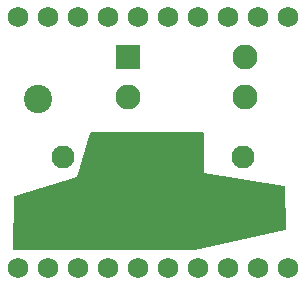
<source format=gbr>
%TF.GenerationSoftware,KiCad,Pcbnew,8.0.7*%
%TF.CreationDate,2025-01-14T17:05:08-05:00*%
%TF.ProjectId,Circuit Power Module,43697263-7569-4742-9050-6f776572204d,rev?*%
%TF.SameCoordinates,Original*%
%TF.FileFunction,Copper,L2,Bot*%
%TF.FilePolarity,Positive*%
%FSLAX46Y46*%
G04 Gerber Fmt 4.6, Leading zero omitted, Abs format (unit mm)*
G04 Created by KiCad (PCBNEW 8.0.7) date 2025-01-14 17:05:08*
%MOMM*%
%LPD*%
G01*
G04 APERTURE LIST*
%TA.AperFunction,ComponentPad*%
%ADD10C,1.750000*%
%TD*%
%TA.AperFunction,ComponentPad*%
%ADD11C,2.400000*%
%TD*%
%TA.AperFunction,ComponentPad*%
%ADD12C,1.950000*%
%TD*%
%TA.AperFunction,ComponentPad*%
%ADD13R,2.108200X2.108200*%
%TD*%
%TA.AperFunction,ComponentPad*%
%ADD14C,2.108200*%
%TD*%
%TA.AperFunction,ViaPad*%
%ADD15C,1.000000*%
%TD*%
G04 APERTURE END LIST*
D10*
%TO.P,REF\u002A\u002A,1*%
%TO.N,N/C*%
X69980000Y-73274150D03*
%TO.P,REF\u002A\u002A,2*%
X72520000Y-73274150D03*
%TO.P,REF\u002A\u002A,3*%
X75060000Y-73274150D03*
%TO.P,REF\u002A\u002A,4*%
X77600000Y-73274150D03*
%TO.P,REF\u002A\u002A,5*%
X80140000Y-73274150D03*
%TO.P,REF\u002A\u002A,6*%
X82680000Y-73274150D03*
%TO.P,REF\u002A\u002A,7*%
X85220000Y-73274150D03*
%TO.P,REF\u002A\u002A,8*%
X87760000Y-73274150D03*
%TO.P,REF\u002A\u002A,9*%
X90300000Y-73274150D03*
%TO.P,REF\u002A\u002A,10*%
X92840000Y-73274150D03*
%TD*%
%TO.P,REF\u002A\u002A,1*%
%TO.N,N/C*%
X69980000Y-52004150D03*
%TO.P,REF\u002A\u002A,2*%
X72520000Y-52004150D03*
%TO.P,REF\u002A\u002A,3*%
X75060000Y-52004150D03*
%TO.P,REF\u002A\u002A,4*%
X77600000Y-52004150D03*
%TO.P,REF\u002A\u002A,5*%
X80140000Y-52004150D03*
%TO.P,REF\u002A\u002A,6*%
X82680000Y-52004150D03*
%TO.P,REF\u002A\u002A,7*%
X85220000Y-52004150D03*
%TO.P,REF\u002A\u002A,8*%
X87760000Y-52004150D03*
%TO.P,REF\u002A\u002A,9*%
X90300000Y-52004150D03*
%TO.P,REF\u002A\u002A,10*%
X92840000Y-52004150D03*
%TD*%
D11*
%TO.P,TP1,TP*%
%TO.N,Net-(C2-Pad2)*%
X71700000Y-59000000D03*
%TD*%
D12*
%TO.P,J2,1*%
%TO.N,Net-(F1-Pad3)*%
X89040000Y-63910000D03*
%TO.P,J2,2*%
%TO.N,Net-(C2-Pad1)*%
X89040000Y-68910000D03*
%TD*%
%TO.P,J1,1*%
%TO.N,Net-(C2-Pad1)*%
X73800000Y-68910000D03*
%TO.P,J1,2*%
%TO.N,Net-(C2-Pad2)*%
X73800000Y-63910000D03*
%TD*%
D13*
%TO.P,F1,1,1*%
%TO.N,Net-(C2-Pad2)*%
X79337000Y-55408200D03*
D14*
%TO.P,F1,2,2*%
X79337000Y-58811800D03*
%TO.P,F1,3,3*%
%TO.N,Net-(F1-Pad3)*%
X89243000Y-58811800D03*
%TO.P,F1,4,4*%
X89243000Y-55408200D03*
%TD*%
D11*
%TO.P,TP2,TP*%
%TO.N,Net-(C2-Pad1)*%
X80090000Y-69860000D03*
%TD*%
D15*
%TO.N,Net-(C2-Pad1)*%
X84480000Y-63800000D03*
%TD*%
%TA.AperFunction,Conductor*%
%TO.N,Net-(C2-Pad1)*%
G36*
X85595910Y-61749740D02*
G01*
X85662905Y-61769565D01*
X85708550Y-61822464D01*
X85719648Y-61874091D01*
X85710000Y-65279999D01*
X85710000Y-65280000D01*
X92537325Y-66324295D01*
X92600617Y-66353889D01*
X92637862Y-66413004D01*
X92642539Y-66443837D01*
X92727506Y-69918044D01*
X92709466Y-69985545D01*
X92657797Y-70032577D01*
X92630442Y-70042123D01*
X85002962Y-71737119D01*
X84976722Y-71740070D01*
X77460344Y-71779998D01*
X77460000Y-71780000D01*
X69716495Y-71799678D01*
X69649406Y-71780163D01*
X69603517Y-71727476D01*
X69592199Y-71673524D01*
X69668436Y-67289872D01*
X69689283Y-67223189D01*
X69742875Y-67178359D01*
X69755889Y-67173534D01*
X74960000Y-65570000D01*
X76113030Y-61817766D01*
X76151537Y-61759468D01*
X76215452Y-61731242D01*
X76231807Y-61730191D01*
X85595910Y-61749740D01*
G37*
%TD.AperFunction*%
%TD*%
M02*

</source>
